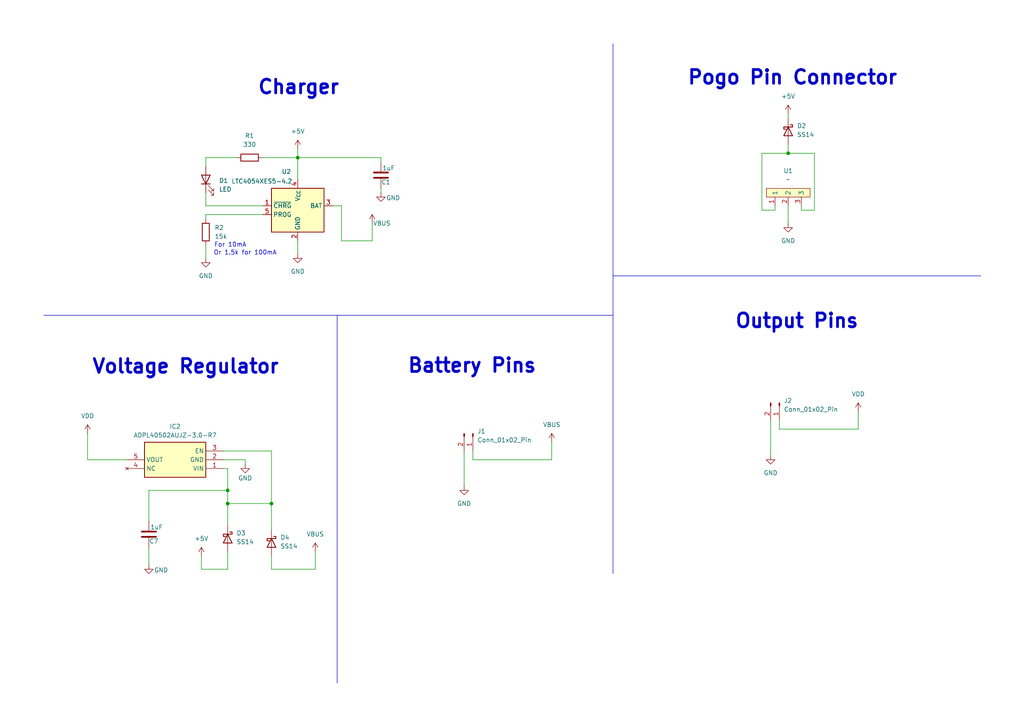
<source format=kicad_sch>
(kicad_sch (version 20250114) (generator "eeschema") (generator_version "9.0")
  (paper "A4")
  (lib_symbols
    (symbol "ADPL40502AUJZ-3_0-R7:ADPL40502AUJZ-3.0-R7"
      (property "Reference" "IC" (at 24.13 7.62 0))
      (property "Value" "ADPL40502AUJZ-3.0-R7" (at 24.13 5.08 0))
      (symbol "ADPL40502AUJZ-3.0-R7_1_1"
        (rectangle (start 5.08 2.54) (end 22.86 -7.62) (stroke (width 0.254)) (fill (type background)))
        (pin passive line (at 0 0 0) (length 5.08) (name "VIN") (number "1"))
        (pin passive line (at 0 -2.54 0) (length 5.08) (name "GND") (number "2"))
        (pin passive line (at 0 -5.08 0) (length 5.08) (name "EN") (number "3"))
        (pin no_connect line (at 27.94 0 180) (length 5.08) (name "NC") (number "4"))
        (pin passive line (at 27.94 -2.54 180) (length 5.08) (name "VOUT") (number "5"))
      )
    )
    (symbol "Battery_Management:LTC4054XES5-4.2"
      (property "Reference" "U" (at -5.842 6.604 0))
      (property "Value" "LTC4054XES5-4.2" (at 1.524 6.604 0))
      (symbol "LTC4054XES5-4.2_0_1"
        (rectangle (start -7.62 5.08) (end 7.62 -7.62) (stroke (width 0.254)) (fill (type background)))
      )
      (symbol "LTC4054XES5-4.2_1_1"
        (pin open_collector line (at -10.16 0 0) (length 2.54) (name "~{CHRG}") (number "1"))
        (pin bidirectional line (at -10.16 -2.54 0) (length 2.54) (name "PROG") (number "5"))
        (pin power_in line (at 0 7.62 270) (length 2.54) (name "V_{CC}") (number "4"))
        (pin power_in line (at 0 -10.16 90) (length 2.54) (name "GND") (number "2"))
        (pin power_out line (at 10.16 0 180) (length 2.54) (name "BAT") (number "3"))
      )
    )
    (symbol "Connector:Conn_01x02_Pin" (pin_names (offset 1.016) (hide yes))
      (property "Reference" "J" (at 0 2.54 0))
      (property "Value" "Conn_01x02_Pin" (at 0 -5.08 0))
      (symbol "Conn_01x02_Pin_1_1"
        (rectangle (start 0.8636 0.127) (end 0 -0.127) (stroke (width 0.1524)) (fill (type outline)))
        (rectangle (start 0.8636 -2.413) (end 0 -2.667) (stroke (width 0.1524)) (fill (type outline)))
        (polyline (pts (xy 1.27 0) (xy 0.8636 0)) (stroke (width 0.1524)))
        (polyline (pts (xy 1.27 -2.54) (xy 0.8636 -2.54)) (stroke (width 0.1524)))
        (pin passive line (at 5.08 0 180) (length 3.81) (name "Pin_1") (number "1"))
        (pin passive line (at 5.08 -2.54 180) (length 3.81) (name "Pin_2") (number "2"))
      )
    )
    (symbol "Device:C" (pin_numbers (hide yes)) (pin_names (offset 0.254))
      (property "Reference" "C" (at 0.635 2.54 0))
      (property "Value" "C" (at 0.635 -2.54 0))
      (symbol "C_0_1"
        (polyline (pts (xy -2.032 0.762) (xy 2.032 0.762)) (stroke (width 0.508)))
        (polyline (pts (xy -2.032 -0.762) (xy 2.032 -0.762)) (stroke (width 0.508)))
      )
      (symbol "C_1_1"
        (pin passive line (at 0 3.81 270) (length 2.794) (name "~") (number "1"))
        (pin passive line (at 0 -3.81 90) (length 2.794) (name "~") (number "2"))
      )
    )
    (symbol "Device:LED" (pin_numbers (hide yes)) (pin_names (offset 1.016) (hide yes))
      (property "Reference" "D" (at 0 2.54 0))
      (property "Value" "LED" (at 0 -2.54 0))
      (symbol "LED_0_1"
        (polyline (pts (xy -3.048 -0.762) (xy -4.572 -2.286) (xy -3.81 -2.286) (xy -4.572 -2.286) (xy -4.572 -1.524)))
        (polyline (pts (xy -1.778 -0.762) (xy -3.302 -2.286) (xy -2.54 -2.286) (xy -3.302 -2.286) (xy -3.302 -1.524)))
        (polyline (pts (xy -1.27 0) (xy 1.27 0)))
        (polyline (pts (xy -1.27 -1.27) (xy -1.27 1.27)) (stroke (width 0.254)))
        (polyline (pts (xy 1.27 -1.27) (xy 1.27 1.27) (xy -1.27 0) (xy 1.27 -1.27)) (stroke (width 0.254)))
      )
      (symbol "LED_1_1"
        (pin passive line (at -3.81 0 0) (length 2.54) (name "K") (number "1"))
        (pin passive line (at 3.81 0 180) (length 2.54) (name "A") (number "2"))
      )
    )
    (symbol "Device:R" (pin_numbers (hide yes)) (pin_names (offset 0))
      (property "Reference" "R" (at 2.032 0 90))
      (property "Value" "R" (at 0 0 90))
      (symbol "R_0_1"
        (rectangle (start -1.016 -2.54) (end 1.016 2.54) (stroke (width 0.254)))
      )
      (symbol "R_1_1"
        (pin passive line (at 0 3.81 270) (length 1.27) (name "~") (number "1"))
        (pin passive line (at 0 -3.81 90) (length 1.27) (name "~") (number "2"))
      )
    )
    (symbol "Diode:SS14" (pin_numbers (hide yes)) (pin_names (offset 1.016) (hide yes))
      (property "Reference" "D" (at 0 2.54 0))
      (property "Value" "SS14" (at 0 -2.54 0))
      (symbol "SS14_0_1"
        (polyline (pts (xy -1.905 0.635) (xy -1.905 1.27) (xy -1.27 1.27) (xy -1.27 -1.27) (xy -0.635 -1.27) (xy -0.635 -0.635)) (stroke (width 0.254)))
        (polyline (pts (xy 1.27 1.27) (xy 1.27 -1.27) (xy -1.27 0) (xy 1.27 1.27)) (stroke (width 0.254)))
        (polyline (pts (xy 1.27 0) (xy -1.27 0)))
      )
      (symbol "SS14_1_1"
        (pin passive line (at -3.81 0 0) (length 2.54) (name "K") (number "1"))
        (pin passive line (at 3.81 0 180) (length 2.54) (name "A") (number "2"))
      )
    )
    (symbol "Pogo_library:Pogo_male"
      (property "Reference" "U1" (at 0 6.35 0))
      (property "Value" "~" (at 0 3.81 0))
      (symbol "Pogo_male_1_1"
        (rectangle (start -6.35 1.27) (end 6.35 -1.27) (fill (type background)))
        (pin input line (at -3.81 -3.81 90) (length 2.54) (name "1") (number "1"))
        (pin input line (at 0 -3.81 90) (length 2.54) (name "2") (number "2"))
        (pin input line (at 3.81 -3.81 90) (length 2.54) (name "3") (number "3"))
      )
    )
    (symbol "power:+5V" (power) (pin_names (offset 0))
      (property "Value" "+5V" (at 0 3.556 0))
      (symbol "+5V_0_1"
        (polyline (pts (xy -0.762 1.27) (xy 0 2.54)))
        (polyline (pts (xy 0 2.54) (xy 0.762 1.27)))
        (polyline (pts (xy 0 0) (xy 0 2.54)))
      )
      (symbol "+5V_1_1"
        (pin power_in line (at 0 0 90) (length 0) (hide yes) (name "+5V") (number "1"))
      )
    )
    (symbol "power:GND" (power) (pin_numbers (hide yes)) (pin_names (offset 0) (hide yes))
      (property "Value" "GND" (at 0 -3.81 0))
      (symbol "GND_0_1"
        (polyline (pts (xy 0 0) (xy 0 -1.27) (xy 1.27 -1.27) (xy 0 -2.54) (xy -1.27 -1.27) (xy 0 -1.27)))
      )
      (symbol "GND_1_1"
        (pin power_in line (at 0 0 270) (length 0) (name "~") (number "1"))
      )
    )
    (symbol "power:VBUS" (power) (pin_numbers (hide yes)) (pin_names (offset 0) (hide yes))
      (property "Value" "VBUS" (at 0 3.556 0))
      (symbol "VBUS_0_1"
        (polyline (pts (xy -0.762 1.27) (xy 0 2.54)))
        (polyline (pts (xy 0 2.54) (xy 0.762 1.27)))
        (polyline (pts (xy 0 0) (xy 0 2.54)))
      )
      (symbol "VBUS_1_1"
        (pin power_in line (at 0 0 90) (length 0) (name "~") (number "1"))
      )
    )
    (symbol "power:VDD" (power) (pin_numbers (hide yes)) (pin_names (offset 0) (hide yes))
      (property "Value" "VDD" (at 0 3.556 0))
      (symbol "VDD_0_1"
        (polyline (pts (xy -0.762 1.27) (xy 0 2.54)))
        (polyline (pts (xy 0 2.54) (xy 0.762 1.27)))
        (polyline (pts (xy 0 0) (xy 0 2.54)))
      )
      (symbol "VDD_1_1"
        (pin power_in line (at 0 0 90) (length 0) (name "~") (number "1"))
      )
    )
  )
  (text "Voltage Regulator" (at 53.848 106.426 0) (effects (font (size 3.9878 3.9878) (thickness 0.7976) (bold yes))))
  (text "Charger\n" (at 86.614 25.4 0) (effects (font (size 3.9878 3.9878) (thickness 0.7976) (bold yes))))
  (text "For 10mA\n" (at 66.802 71.12 0) (effects (font (size 1.27 1.27))))
  (text "Output Pins" (at 231.14 93.218 0) (effects (font (size 3.9878 3.9878) (thickness 0.7976) (bold yes))))
  (text "Pogo Pin Connector\n" (at 229.87 22.606 0) (effects (font (size 3.9878 3.9878) (thickness 0.7976) (bold yes))))
  (text "Battery Pins" (at 136.906 106.172 0) (effects (font (size 3.9878 3.9878) (thickness 0.7976) (bold yes))))
  (text "Or 1.5k for 100mA" (at 71.12 73.406 0) (effects (font (size 1.27 1.27))))
  (junction (at 78.74 146.05))
  (junction (at 66.04 146.05))
  (junction (at 66.04 142.24))
  (junction (at 86.36 45.72))
  (junction (at 228.6 44.45))
  (wire (pts (xy 232.41 60.96) (xy 232.41 59.69)))
  (wire (pts (xy 78.74 161.29) (xy 78.74 165.1)))
  (wire (pts (xy 86.36 69.85) (xy 86.36 73.66)))
  (wire (pts (xy 220.98 60.96) (xy 224.79 60.96)))
  (wire (pts (xy 66.04 142.24) (xy 66.04 135.89)))
  (polyline (pts (xy 177.8 12.7) (xy 177.8 166.37)))
  (wire (pts (xy 43.18 151.13) (xy 43.18 142.24)))
  (wire (pts (xy 78.74 153.67) (xy 78.74 146.05)))
  (wire (pts (xy 137.16 133.35) (xy 160.02 133.35)))
  (wire (pts (xy 66.04 146.05) (xy 66.04 142.24)))
  (wire (pts (xy 224.79 60.96) (xy 224.79 59.69)))
  (wire (pts (xy 91.44 165.1) (xy 91.44 160.02)))
  (wire (pts (xy 59.69 48.26) (xy 59.69 45.72)))
  (wire (pts (xy 226.06 121.92) (xy 226.06 124.46)))
  (wire (pts (xy 99.06 59.69) (xy 96.52 59.69)))
  (wire (pts (xy 99.06 59.69) (xy 99.06 69.85)))
  (wire (pts (xy 25.4 133.35) (xy 25.4 125.73)))
  (wire (pts (xy 43.18 142.24) (xy 66.04 142.24)))
  (wire (pts (xy 86.36 45.72) (xy 86.36 52.07)))
  (wire (pts (xy 160.02 133.35) (xy 160.02 128.27)))
  (polyline (pts (xy 97.79 91.44) (xy 97.79 198.12)))
  (wire (pts (xy 66.04 160.02) (xy 66.04 165.1)))
  (wire (pts (xy 220.98 44.45) (xy 228.6 44.45)))
  (wire (pts (xy 78.74 165.1) (xy 91.44 165.1)))
  (wire (pts (xy 59.69 45.72) (xy 68.58 45.72)))
  (wire (pts (xy 43.18 163.83) (xy 43.18 158.75)))
  (wire (pts (xy 78.74 130.81) (xy 78.74 146.05)))
  (wire (pts (xy 226.06 124.46) (xy 248.92 124.46)))
  (wire (pts (xy 58.42 165.1) (xy 66.04 165.1)))
  (wire (pts (xy 110.49 45.72) (xy 110.49 46.99)))
  (wire (pts (xy 76.2 45.72) (xy 86.36 45.72)))
  (wire (pts (xy 64.77 133.35) (xy 71.12 133.35)))
  (wire (pts (xy 110.49 55.88) (xy 110.49 54.61)))
  (wire (pts (xy 58.42 161.29) (xy 58.42 165.1)))
  (wire (pts (xy 59.69 62.23) (xy 59.69 63.5)))
  (wire (pts (xy 86.36 43.18) (xy 86.36 45.72)))
  (wire (pts (xy 220.98 44.45) (xy 220.98 60.96)))
  (wire (pts (xy 66.04 146.05) (xy 66.04 152.4)))
  (wire (pts (xy 78.74 146.05) (xy 66.04 146.05)))
  (wire (pts (xy 59.69 59.69) (xy 76.2 59.69)))
  (wire (pts (xy 59.69 71.12) (xy 59.69 74.93)))
  (wire (pts (xy 59.69 55.88) (xy 59.69 59.69)))
  (wire (pts (xy 228.6 33.02) (xy 228.6 34.29)))
  (wire (pts (xy 71.12 133.35) (xy 71.12 134.62)))
  (wire (pts (xy 228.6 41.91) (xy 228.6 44.45)))
  (wire (pts (xy 223.52 121.92) (xy 223.52 132.08)))
  (wire (pts (xy 236.22 60.96) (xy 232.41 60.96)))
  (wire (pts (xy 107.95 69.85) (xy 99.06 69.85)))
  (wire (pts (xy 236.22 44.45) (xy 228.6 44.45)))
  (wire (pts (xy 134.62 130.81) (xy 134.62 140.97)))
  (wire (pts (xy 66.04 135.89) (xy 64.77 135.89)))
  (wire (pts (xy 107.95 69.85) (xy 107.95 64.77)))
  (wire (pts (xy 36.83 133.35) (xy 25.4 133.35)))
  (polyline (pts (xy 177.8 80.01) (xy 284.48 80.01)))
  (wire (pts (xy 76.2 62.23) (xy 59.69 62.23)))
  (wire (pts (xy 228.6 59.69) (xy 228.6 64.77)))
  (wire (pts (xy 236.22 44.45) (xy 236.22 60.96)))
  (wire (pts (xy 248.92 124.46) (xy 248.92 119.38)))
  (polyline (pts (xy 12.7 91.44) (xy 177.8 91.44)))
  (wire (pts (xy 110.49 45.72) (xy 86.36 45.72)))
  (wire (pts (xy 137.16 130.81) (xy 137.16 133.35)))
  (wire (pts (xy 64.77 130.81) (xy 78.74 130.81)))
  (symbol (lib_id "Device:LED") (at 59.69 52.07 90) (unit 1)
    (property "Reference" "D1" (at 63.5 52.3874 90) (effects (justify right)))
    (property "Value" "LED" (at 63.5 54.9274 90) (effects (justify right)))
    (property "Footprint" "LED_SMD:LED_0402_1005Metric_Pad0.77x0.64mm_HandSolder" (effects (hide yes)))
    (property "Description" "Light emitting diode" (effects (hide yes)))
    (property "Sim.Pins" "1=K 2=A" (effects (hide yes)))
  )
  (symbol (lib_id "Pogo_library:Pogo_male") (at 228.6 55.88 0) (unit 1)
    (property "Reference" "U1" (at 228.6 49.53 0))
    (property "Value" "~" (at 228.6 52.07 0))
    (property "Footprint" "Pogo_pin:Pogo_pin" (effects (hide yes)))
  )
  (symbol (lib_id "Connector:Conn_01x02_Pin") (at 226.06 116.84 270) (unit 1)
    (property "Reference" "J2" (at 227.33 116.2049 90) (effects (justify left)))
    (property "Value" "Conn_01x02_Pin" (at 227.33 118.7449 90) (effects (justify left)))
    (property "Footprint" "Connector_PinSocket_2.54mm:PinSocket_1x02_P2.54mm_Vertical" (effects (hide yes)))
    (property "Description" "Generic connector, single row, 01x02, script generated" (effects (hide yes)))
  )
  (symbol (lib_id "Device:R") (at 72.39 45.72 270) (unit 1)
    (property "Reference" "R1" (at 72.39 39.37 90))
    (property "Value" "330" (at 72.39 41.91 90))
    (property "Footprint" "Resistor_SMD:R_0402_1005Metric_Pad0.72x0.64mm_HandSolder" (effects (hide yes)))
    (property "Description" "Resistor" (effects (hide yes)))
  )
  (symbol (lib_id "power:VBUS") (at 160.02 128.27 0) (unit 1)
    (property "Reference" "#PWR08" (effects (hide yes)))
    (property "Value" "VBUS" (at 160.02 123.19 0))
    (property "Description" "Power symbol creates a global label with name \"VBUS\"" (effects (hide yes)))
  )
  (symbol (lib_id "power:VDD") (at 25.4 125.73 0) (unit 1)
    (property "Reference" "#PWR012" (effects (hide yes)))
    (property "Value" "VDD" (at 25.4 120.65 0))
    (property "Description" "Power symbol creates a global label with name \"VDD\"" (effects (hide yes)))
  )
  (symbol (lib_id "power:+5V") (at 86.36 43.18 0) (unit 1)
    (property "Reference" "#PWR03" (effects (hide yes)))
    (property "Value" "+5V" (at 86.36 38.1 0))
  )
  (symbol (lib_id "power:GND") (at 110.49 55.88 0) (unit 1)
    (property "Reference" "#PWR016" (effects (hide yes)))
    (property "Value" "GND" (at 116.078 57.404 0) (effects (justify right)))
    (property "Description" "Power symbol creates a global label with name \"GND\" , ground" (effects (hide yes)))
  )
  (symbol (lib_id "power:GND") (at 71.12 134.62 0) (unit 1)
    (property "Reference" "#PWR013" (effects (hide yes)))
    (property "Value" "GND" (at 73.152 138.684 0) (effects (justify right)))
    (property "Description" "Power symbol creates a global label with name \"GND\" , ground" (effects (hide yes)))
  )
  (symbol (lib_id "power:+5V") (at 228.6 33.02 0) (unit 1)
    (property "Reference" "#PWR01" (effects (hide yes)))
    (property "Value" "+5V" (at 228.6 27.94 0))
  )
  (symbol (lib_id "Connector:Conn_01x02_Pin") (at 137.16 125.73 270) (unit 1)
    (property "Reference" "J1" (at 138.43 125.0949 90) (effects (justify left)))
    (property "Value" "Conn_01x02_Pin" (at 138.43 127.6349 90) (effects (justify left)))
    (property "Footprint" "Connector_PinSocket_2.54mm:PinSocket_1x02_P2.54mm_Vertical" (effects (hide yes)))
    (property "Description" "Generic connector, single row, 01x02, script generated" (effects (hide yes)))
  )
  (symbol (lib_id "Device:R") (at 59.69 67.31 0) (unit 1)
    (property "Reference" "R2" (at 62.23 66.0399 0) (effects (justify left)))
    (property "Value" "15k" (at 62.23 68.5799 0) (effects (justify left)))
    (property "Footprint" "Resistor_SMD:R_0402_1005Metric_Pad0.72x0.64mm_HandSolder" (effects (hide yes)))
    (property "Description" "Resistor" (effects (hide yes)))
  )
  (symbol (lib_id "Diode:SS14") (at 66.04 156.21 270) (unit 1)
    (property "Reference" "D3" (at 68.58 154.6224 90) (effects (justify left)))
    (property "Value" "SS14" (at 68.58 157.1624 90) (effects (justify left)))
    (property "Footprint" "Diode_SMD:D_SMA" (effects (hide yes)))
    (property "Datasheet" "https://www.vishay.com/docs/88746/ss12.pdf" (effects (hide yes)))
    (property "Description" "40V 1A Schottky Diode, SMA" (effects (hide yes)))
  )
  (symbol (lib_id "power:VBUS") (at 91.44 160.02 0) (unit 1)
    (property "Reference" "#PWR09" (effects (hide yes)))
    (property "Value" "VBUS" (at 91.44 154.94 0))
    (property "Description" "Power symbol creates a global label with name \"VBUS\"" (effects (hide yes)))
  )
  (symbol (lib_id "power:GND") (at 134.62 140.97 0) (unit 1)
    (property "Reference" "#PWR07" (effects (hide yes)))
    (property "Value" "GND" (at 134.62 146.05 0))
    (property "Description" "Power symbol creates a global label with name \"GND\" , ground" (effects (hide yes)))
  )
  (symbol (lib_id "ADPL40502AUJZ-3_0-R7:ADPL40502AUJZ-3.0-R7") (at 64.77 135.89 180) (unit 1)
    (property "Reference" "IC2" (at 50.8 123.698 0))
    (property "Value" "ADPL40502AUJZ-3.0-R7" (at 50.8 126.238 0))
    (property "Footprint" "Package_TO_SOT_SMD:SOT-23-5_HandSoldering" (effects (hide yes)))
    (property "Datasheet" "https://www.analog.com/ADPL40502/datasheet" (effects (hide yes)))
    (property "Description" "Low Noise, 200mA, CMOS Linear Regulator  7 Fixed Output Voltage Options: 1.2V, 1.5V, 1.8V, 2.5V, 2.8V, 3.0V, and 3.3V" (effects (hide yes)))
    (property "Height" "1" (effects (hide yes)))
    (property "Mouser Part Number" "584-ADPL40502AUJZ30R" (effects (hide yes)))
    (property "Mouser Price/Stock" "https://www.mouser.co.uk/ProductDetail/Analog-Devices/ADPL40502AUJZ-3.0-R7?qs=jcD%2FCkGBYeOgjbJLPbZiQQ%3D%3D" (effects (hide yes)))
    (property "Manufacturer_Name" "Analog Devices" (effects (hide yes)))
    (property "Manufacturer_Part_Number" "ADPL40502AUJZ-3.0-R7" (effects (hide yes)))
  )
  (symbol (lib_id "power:GND") (at 43.18 163.83 0) (unit 1)
    (property "Reference" "#PWR014" (effects (hide yes)))
    (property "Value" "GND" (at 48.768 165.354 0) (effects (justify right)))
    (property "Description" "Power symbol creates a global label with name \"GND\" , ground" (effects (hide yes)))
  )
  (symbol (lib_id "power:GND") (at 86.36 73.66 0) (unit 1)
    (property "Reference" "#PWR04" (effects (hide yes)))
    (property "Value" "GND" (at 86.36 78.74 0))
    (property "Description" "Power symbol creates a global label with name \"GND\" , ground" (effects (hide yes)))
  )
  (symbol (lib_id "Diode:SS14") (at 228.6 38.1 270) (unit 1)
    (property "Reference" "D2" (at 231.14 36.5124 90) (effects (justify left)))
    (property "Value" "SS14" (at 231.14 39.0524 90) (effects (justify left)))
    (property "Footprint" "Diode_SMD:D_SMA" (effects (hide yes)))
    (property "Datasheet" "https://www.vishay.com/docs/88746/ss12.pdf" (effects (hide yes)))
    (property "Description" "40V 1A Schottky Diode, SMA" (effects (hide yes)))
  )
  (symbol (lib_id "power:VBUS") (at 107.95 64.77 0) (unit 1)
    (property "Reference" "#PWR015" (effects (hide yes)))
    (property "Value" "VBUS" (at 110.744 64.77 0))
    (property "Description" "Power symbol creates a global label with name \"VBUS\"" (effects (hide yes)))
  )
  (symbol (lib_id "Device:C") (at 43.18 154.94 180) (unit 1)
    (property "Reference" "C7" (at 45.974 156.972 0) (effects (justify left)))
    (property "Value" "1uF" (at 47.244 152.908 0) (effects (justify left)))
    (property "Footprint" "Capacitor_SMD:C_0402_1005Metric_Pad0.74x0.62mm_HandSolder" (effects (hide yes)))
    (property "Description" "Unpolarized capacitor" (effects (hide yes)))
  )
  (symbol (lib_id "power:+5V") (at 58.42 161.29 0) (unit 1)
    (property "Reference" "#PWR06" (effects (hide yes)))
    (property "Value" "+5V" (at 58.42 156.21 0))
  )
  (symbol (lib_id "power:VDD") (at 248.92 119.38 0) (unit 1)
    (property "Reference" "#PWR011" (effects (hide yes)))
    (property "Value" "VDD" (at 248.92 114.3 0))
    (property "Description" "Power symbol creates a global label with name \"VDD\"" (effects (hide yes)))
  )
  (symbol (lib_id "power:GND") (at 223.52 132.08 0) (unit 1)
    (property "Reference" "#PWR010" (effects (hide yes)))
    (property "Value" "GND" (at 223.52 137.16 0))
    (property "Description" "Power symbol creates a global label with name \"GND\" , ground" (effects (hide yes)))
  )
  (symbol (lib_id "Device:C") (at 110.49 50.8 180) (unit 1)
    (property "Reference" "C1" (at 113.284 52.832 0) (effects (justify left)))
    (property "Value" "1uF" (at 114.554 48.768 0) (effects (justify left)))
    (property "Footprint" "Capacitor_SMD:C_0402_1005Metric_Pad0.74x0.62mm_HandSolder" (effects (hide yes)))
    (property "Description" "Unpolarized capacitor" (effects (hide yes)))
  )
  (symbol (lib_id "Diode:SS14") (at 78.74 157.48 270) (unit 1)
    (property "Reference" "D4" (at 81.28 155.8924 90) (effects (justify left)))
    (property "Value" "SS14" (at 81.28 158.4324 90) (effects (justify left)))
    (property "Footprint" "Diode_SMD:D_SMA" (effects (hide yes)))
    (property "Datasheet" "https://www.vishay.com/docs/88746/ss12.pdf" (effects (hide yes)))
    (property "Description" "40V 1A Schottky Diode, SMA" (effects (hide yes)))
  )
  (symbol (lib_id "power:GND") (at 228.6 64.77 0) (unit 1)
    (property "Reference" "#PWR02" (effects (hide yes)))
    (property "Value" "GND" (at 228.6 69.85 0))
    (property "Description" "Power symbol creates a global label with name \"GND\" , ground" (effects (hide yes)))
  )
  (symbol (lib_id "Battery_Management:LTC4054XES5-4.2") (at 86.36 59.69 0) (unit 1)
    (property "Reference" "U2" (at 83.058 49.784 0))
    (property "Value" "LTC4054XES5-4.2" (at 75.946 52.578 0))
    (property "Footprint" "Package_TO_SOT_SMD:TSOT-23-5_HandSoldering" (effects (hide yes)))
    (property "Datasheet" "https://www.analog.com/media/en/technical-documentation/data-sheets/405442xf.pdf" (effects (hide yes)))
    (property "Description" "Constant-current/constant-voltage linear charger for single cell lithium-ion batteries no Trickle Charge, 4.5V to 6.5V VDD, -40 to +85 degree Celsius, TSOT-23-5" (effects (hide yes)))
  )
  (symbol (lib_id "power:GND") (at 59.69 74.93 0) (unit 1)
    (property "Reference" "#PWR05" (effects (hide yes)))
    (property "Value" "GND" (at 59.69 80.01 0))
    (property "Description" "Power symbol creates a global label with name \"GND\" , ground" (effects (hide yes)))
  )
)
</source>
